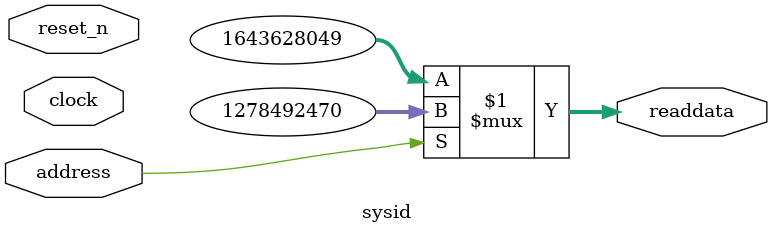
<source format=v>

`timescale 1ns / 1ps
// synthesis translate_on

// turn off superfluous verilog processor warnings 
// altera message_level Level1 
// altera message_off 10034 10035 10036 10037 10230 10240 10030 

module sysid (
               // inputs:
                address,
                clock,
                reset_n,

               // outputs:
                readdata
             )
;

  output  [ 31: 0] readdata;
  input            address;
  input            clock;
  input            reset_n;

  wire    [ 31: 0] readdata;
  //control_slave, which is an e_avalon_slave
  assign readdata = address ? 1278492470 : 1643628049;

endmodule


</source>
